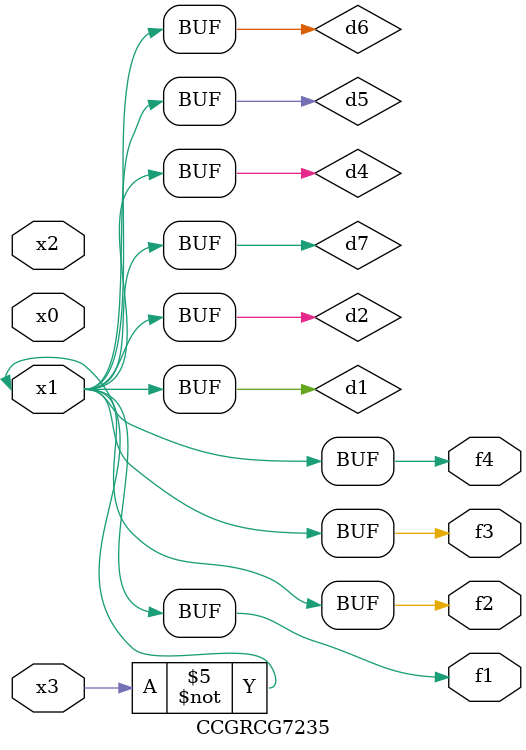
<source format=v>
module CCGRCG7235(
	input x0, x1, x2, x3,
	output f1, f2, f3, f4
);

	wire d1, d2, d3, d4, d5, d6, d7;

	not (d1, x3);
	buf (d2, x1);
	xnor (d3, d1, d2);
	nor (d4, d1);
	buf (d5, d1, d2);
	buf (d6, d4, d5);
	nand (d7, d4);
	assign f1 = d6;
	assign f2 = d7;
	assign f3 = d6;
	assign f4 = d6;
endmodule

</source>
